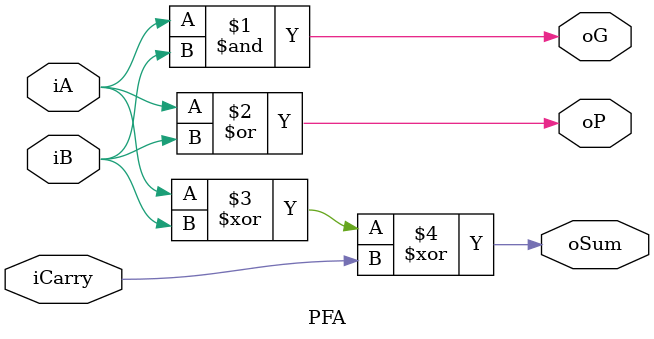
<source format=v>
`timescale 1ns / 1ps


module PFA(
    input iA,
    input iB,
    input iCarry,
    output oP,
    output oG,
    output oSum
    );
    
    assign oG = iA&iB;
    assign oP = iA|iB;
    assign oSum = iA^iB^iCarry;
    
endmodule

</source>
